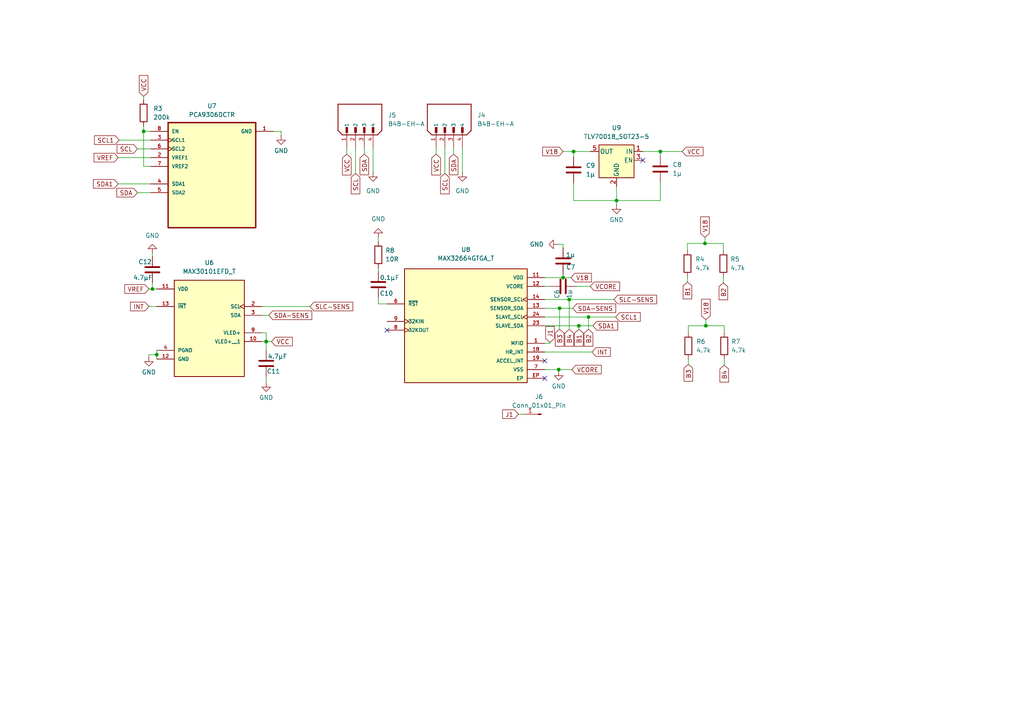
<source format=kicad_sch>
(kicad_sch (version 20231120) (generator "eeschema") (generator_version "8.0")
  (paper "A4")
  (lib_symbols
    (symbol "Connector:Conn_01x01_Pin" (pin_names (offset 1.016) hide)
      (property "Reference" "J" (at 0 2.54 0))
      (property "Value" "Conn_01x01_Pin" (at 0 -2.54 0))
      (symbol "Conn_01x01_Pin_1_1"
        (polyline (pts (xy 1.27 0) (xy 0.8636 0)) (stroke (width 0.1524)))
        (rectangle (start 0.8636 0.127) (end 0 -0.127) (stroke (width 0.1524)) (fill (type outline)))
        (pin passive line (at 5.08 0 180) (length 3.81) (name "Pin_1") (number "1"))
      )
    )
    (symbol "Device:C" (pin_numbers hide) (pin_names (offset 0.254))
      (property "Reference" "C" (at 0.635 2.54 0))
      (property "Value" "C" (at 0.635 -2.54 0))
      (symbol "C_0_1"
        (polyline (pts (xy -2.032 -0.762) (xy 2.032 -0.762)) (stroke (width 0.508)))
        (polyline (pts (xy -2.032 0.762) (xy 2.032 0.762)) (stroke (width 0.508)))
      )
      (symbol "C_1_1"
        (pin passive line (at 0 3.81 270) (length 2.794) (name "~") (number "1"))
        (pin passive line (at 0 -3.81 90) (length 2.794) (name "~") (number "2"))
      )
    )
    (symbol "Device:R" (pin_numbers hide) (pin_names (offset 0))
      (property "Reference" "R" (at 2.032 0 90))
      (property "Value" "R" (at 0 0 90))
      (symbol "R_0_1"
        (rectangle (start -1.016 -2.54) (end 1.016 2.54) (stroke (width 0.254)))
      )
      (symbol "R_1_1"
        (pin passive line (at 0 3.81 270) (length 1.27) (name "~") (number "1"))
        (pin passive line (at 0 -3.81 90) (length 1.27) (name "~") (number "2"))
      )
    )
    (symbol "Modular_Electronics_Toolkit:MAX30101EFD_T" (pin_names (offset 1.016))
      (property "Reference" "U" (at -10.16 12.7 0))
      (property "Value" "MAX30101EFD_T" (at -10.16 -17.78 0))
      (symbol "MAX30101EFD_T_0_0"
        (rectangle (start -10.16 -15.24) (end 10.16 12.7) (stroke (width 0.254)) (fill (type background)))
        (pin passive line (at -15.24 -5.08 0) (length 5.08) (name "VLED+__1") (number "10"))
        (pin power_in line (at 15.24 10.16 180) (length 5.08) (name "VDD") (number "11"))
        (pin power_in line (at 15.24 -10.16 180) (length 5.08) (name "GND") (number "12"))
        (pin output line (at 15.24 5.08 180) (length 5.08) (name "~{INT}") (number "13"))
        (pin input clock (at -15.24 5.08 0) (length 5.08) (name "SCL") (number "2"))
        (pin bidirectional line (at -15.24 2.54 0) (length 5.08) (name "SDA") (number "3"))
        (pin power_in line (at 15.24 -7.62 180) (length 5.08) (name "PGND") (number "4"))
        (pin passive line (at -15.24 -2.54 0) (length 5.08) (name "VLED+") (number "9"))
      )
    )
    (symbol "Modular_Electronics_Toolkit:PCA9306DCTR" (pin_names (offset 1.016))
      (property "Reference" "U" (at -12.7 16.24 0))
      (property "Value" "PCA9306DCTR" (at -12.7 -19.24 0))
      (symbol "PCA9306DCTR_0_0"
        (rectangle (start -12.7 -15.24) (end 12.7 15.24) (stroke (width 0.41)) (fill (type background)))
        (pin power_in line (at 17.78 12.7 180) (length 5.08) (name "GND") (number "1"))
        (pin input line (at -17.78 5.08 0) (length 5.08) (name "VREF1") (number "2"))
        (pin input clock (at -17.78 10.16 0) (length 5.08) (name "SCL1") (number "3"))
        (pin bidirectional line (at -17.78 -2.54 0) (length 5.08) (name "SDA1") (number "4"))
        (pin bidirectional line (at -17.78 -5.08 0) (length 5.08) (name "SDA2") (number "5"))
        (pin input clock (at -17.78 7.62 0) (length 5.08) (name "SCL2") (number "6"))
        (pin input line (at -17.78 2.54 0) (length 5.08) (name "VREF2") (number "7"))
        (pin input line (at -17.78 12.7 0) (length 5.08) (name "EN") (number "8"))
      )
    )
    (symbol "Modular_Electronics_Toolkit_sym:B4B-EH-A" (pin_names (offset 1.016))
      (property "Reference" "J" (at -2.54 8.382 0))
      (property "Value" "B4B-EH-A" (at -2.54 -7.62 0))
      (symbol "B4B-EH-A_0_0"
        (rectangle (start -3.175 -2.8575) (end -1.5875 -2.2225) (stroke (width 0.1)) (fill (type outline)))
        (rectangle (start -3.175 -0.3175) (end -1.5875 0.3175) (stroke (width 0.1)) (fill (type outline)))
        (rectangle (start -3.175 2.2225) (end -1.5875 2.8575) (stroke (width 0.1)) (fill (type outline)))
        (rectangle (start -3.175 4.7625) (end -1.5875 5.3975) (stroke (width 0.1)) (fill (type outline)))
        (polyline (pts (xy -3.81 -3.81) (xy -2.54 -5.08)) (stroke (width 0.254)))
        (polyline (pts (xy -3.81 6.35) (xy -3.81 -3.81)) (stroke (width 0.254)))
        (polyline (pts (xy -3.81 6.35) (xy -2.54 7.62)) (stroke (width 0.254)))
        (polyline (pts (xy -2.54 -5.08) (xy 5.08 -5.08)) (stroke (width 0.254)))
        (polyline (pts (xy 5.08 -5.08) (xy 5.08 7.62)) (stroke (width 0.254)))
        (polyline (pts (xy 5.08 7.62) (xy -2.54 7.62)) (stroke (width 0.254)))
        (pin passive line (at -7.62 5.08 0) (length 5.08) (name "1") (number "1"))
        (pin passive line (at -7.62 2.54 0) (length 5.08) (name "2") (number "2"))
        (pin passive line (at -7.62 0 0) (length 5.08) (name "3") (number "3"))
        (pin passive line (at -7.62 -2.54 0) (length 5.08) (name "4") (number "4"))
      )
    )
    (symbol "Modular_Electronics_Toolkit_sym:MAX32664GTGA_T" (pin_names (offset 1.016))
      (property "Reference" "U" (at -17.78 21.082 0))
      (property "Value" "MAX32664GTGA_T" (at -10.16 15.494 0))
      (symbol "MAX32664GTGA_T_0_0"
        (rectangle (start -17.78 20.32) (end 17.78 -12.7) (stroke (width 0.254)) (fill (type background)))
        (pin bidirectional line (at 22.86 -1.27 180) (length 5.08) (name "MFIO") (number "1"))
        (pin power_in line (at 22.86 17.78 180) (length 5.08) (name "VDD") (number "11"))
        (pin power_in line (at 22.86 15.24 180) (length 5.08) (name "VCORE") (number "12"))
        (pin bidirectional line (at 22.86 8.89 180) (length 5.08) (name "SENSOR_SDA") (number "13"))
        (pin input clock (at 22.86 11.43 180) (length 5.08) (name "SENSOR_SCL") (number "14"))
        (pin input line (at 22.86 -3.81 180) (length 5.08) (name "HR_INT") (number "18"))
        (pin input line (at 22.86 -6.35 180) (length 5.08) (name "ACCEL_INT") (number "19"))
        (pin bidirectional line (at 22.86 3.81 180) (length 5.08) (name "SLAVE_SDA") (number "23"))
        (pin input clock (at 22.86 6.35 180) (length 5.08) (name "SLAVE_SCL") (number "24"))
        (pin input line (at -22.86 10.16 0) (length 5.08) (name "~{RST}") (number "6"))
        (pin power_in line (at 22.86 -8.89 180) (length 5.08) (name "VSS") (number "7"))
        (pin output clock (at -22.86 2.54 0) (length 5.08) (name "32KOUT") (number "8"))
        (pin input clock (at -22.86 5.08 0) (length 5.08) (name "32KIN") (number "9"))
        (pin power_in line (at 22.86 -11.43 180) (length 5.08) (name "EP") (number "EP"))
      )
      (symbol "MAX32664GTGA_T_1_0"
        (pin power_in line (at 22.86 -8.89 180) (length 5.08) hide (name "VSS__1") (number "10"))
        (pin power_in line (at 22.86 17.78 180) (length 5.08) hide (name "VDD__1") (number "22"))
      )
    )
    (symbol "Regulator_Linear:TLV70018_SOT23-5" (pin_names (offset 0.254))
      (property "Reference" "U" (at -3.81 5.715 0))
      (property "Value" "TLV70018_SOT23-5" (at 0 5.715 0))
      (symbol "TLV70018_SOT23-5_0_1"
        (rectangle (start -5.08 4.445) (end 5.08 -5.08) (stroke (width 0.254)) (fill (type background)))
      )
      (symbol "TLV70018_SOT23-5_1_1"
        (pin power_in line (at -7.62 2.54 0) (length 2.54) (name "IN") (number "1"))
        (pin power_in line (at 0 -7.62 90) (length 2.54) (name "GND") (number "2"))
        (pin input line (at -7.62 0 0) (length 2.54) (name "EN") (number "3"))
        (pin no_connect line (at 5.08 0 180) (length 2.54) hide (name "NC") (number "4"))
        (pin power_out line (at 7.62 2.54 180) (length 2.54) (name "OUT") (number "5"))
      )
    )
    (symbol "power:GND" (power) (pin_numbers hide) (pin_names (offset 0) hide)
      (property "Value" "GND" (at 0 -3.81 0))
      (symbol "GND_0_1"
        (polyline (pts (xy 0 0) (xy 0 -1.27) (xy 1.27 -1.27) (xy 0 -2.54) (xy -1.27 -1.27) (xy 0 -1.27)))
      )
      (symbol "GND_1_1"
        (pin power_in line (at 0 0 270) (length 0) (name "~") (number "1"))
      )
    )
  )
  (junction (at 44.196 83.82))
  (junction (at 204.724 94.488))
  (junction (at 77.216 99.06))
  (junction (at 191.516 43.942))
  (junction (at 178.816 58.166))
  (junction (at 162.306 89.408))
  (junction (at 41.656 38.1))
  (junction (at 165.1 86.868))
  (junction (at 204.47 70.612))
  (junction (at 170.688 91.948))
  (junction (at 163.322 80.518))
  (junction (at 162.052 107.188))
  (junction (at 45.466 102.87))
  (junction (at 167.894 94.488))
  (junction (at 166.37 43.942))
  (no_connect (at 186.436 46.482))
  (no_connect (at 157.988 109.728))
  (no_connect (at 112.268 95.758))
  (no_connect (at 157.988 104.648))
  (wire (pts (xy 191.516 43.942) (xy 197.866 43.942)))
  (wire (pts (xy 77.216 96.52) (xy 77.216 99.06)))
  (wire (pts (xy 34.544 40.64) (xy 43.688 40.64)))
  (wire (pts (xy 191.516 43.942) (xy 186.436 43.942)))
  (wire (pts (xy 150.368 120.142) (xy 151.892 120.142)))
  (wire (pts (xy 166.116 89.408) (xy 162.306 89.408)))
  (wire (pts (xy 43.18 88.9) (xy 45.466 88.9)))
  (wire (pts (xy 79.248 38.1) (xy 81.534 38.1)))
  (wire (pts (xy 41.656 36.576) (xy 41.656 38.1)))
  (wire (pts (xy 81.534 38.1) (xy 81.534 39.37)))
  (wire (pts (xy 166.37 43.942) (xy 171.196 43.942)))
  (wire (pts (xy 163.322 80.518) (xy 157.988 80.518)))
  (wire (pts (xy 157.988 94.488) (xy 167.894 94.488)))
  (wire (pts (xy 163.322 43.942) (xy 166.37 43.942)))
  (wire (pts (xy 43.18 103.632) (xy 43.18 102.87)))
  (wire (pts (xy 170.688 91.948) (xy 178.562 91.948)))
  (wire (pts (xy 134.112 42.926) (xy 134.112 50.038)))
  (wire (pts (xy 163.322 70.866) (xy 163.322 71.882)))
  (wire (pts (xy 100.584 42.926) (xy 100.584 44.704)))
  (wire (pts (xy 41.656 38.1) (xy 43.688 38.1)))
  (wire (pts (xy 126.492 42.926) (xy 126.492 44.704)))
  (wire (pts (xy 109.728 88.138) (xy 112.268 88.138)))
  (wire (pts (xy 77.216 96.52) (xy 75.946 96.52)))
  (wire (pts (xy 204.47 68.834) (xy 204.47 70.612)))
  (wire (pts (xy 163.322 80.518) (xy 165.608 80.518)))
  (wire (pts (xy 191.516 58.166) (xy 191.516 52.832)))
  (wire (pts (xy 43.18 83.82) (xy 44.196 83.82)))
  (wire (pts (xy 45.466 101.6) (xy 45.466 102.87)))
  (wire (pts (xy 178.816 58.166) (xy 178.816 59.436)))
  (wire (pts (xy 204.724 92.71) (xy 204.724 94.488)))
  (wire (pts (xy 167.894 95.504) (xy 167.894 94.488)))
  (wire (pts (xy 171.704 102.108) (xy 157.988 102.108)))
  (wire (pts (xy 109.728 77.724) (xy 109.728 78.74)))
  (wire (pts (xy 41.656 27.94) (xy 41.656 28.956)))
  (wire (pts (xy 103.124 50.292) (xy 103.124 42.926)))
  (wire (pts (xy 157.988 99.568) (xy 159.512 99.568)))
  (wire (pts (xy 45.466 102.87) (xy 45.466 104.14)))
  (wire (pts (xy 210.058 94.488) (xy 210.058 96.52)))
  (wire (pts (xy 166.37 53.086) (xy 166.37 58.166)))
  (wire (pts (xy 178.816 54.102) (xy 178.816 58.166)))
  (wire (pts (xy 77.216 99.06) (xy 78.74 99.06)))
  (wire (pts (xy 199.39 70.612) (xy 204.47 70.612)))
  (wire (pts (xy 199.39 81.788) (xy 199.39 80.264)))
  (wire (pts (xy 105.664 42.926) (xy 105.664 44.704)))
  (wire (pts (xy 129.032 50.292) (xy 129.032 42.926)))
  (wire (pts (xy 161.798 70.866) (xy 163.322 70.866)))
  (wire (pts (xy 44.196 73.406) (xy 44.196 74.422)))
  (wire (pts (xy 162.306 89.408) (xy 157.988 89.408)))
  (wire (pts (xy 199.644 94.488) (xy 204.724 94.488)))
  (wire (pts (xy 34.29 45.72) (xy 43.688 45.72)))
  (wire (pts (xy 75.946 91.44) (xy 77.978 91.44)))
  (wire (pts (xy 209.804 70.612) (xy 209.804 72.644)))
  (wire (pts (xy 109.728 68.834) (xy 109.728 70.104)))
  (wire (pts (xy 165.1 95.504) (xy 165.1 86.868)))
  (wire (pts (xy 43.18 102.87) (xy 45.466 102.87)))
  (wire (pts (xy 41.656 48.26) (xy 41.656 38.1)))
  (wire (pts (xy 44.196 82.042) (xy 44.196 83.82)))
  (wire (pts (xy 165.1 86.868) (xy 178.054 86.868)))
  (wire (pts (xy 199.644 96.52) (xy 199.644 94.488)))
  (wire (pts (xy 163.322 79.502) (xy 163.322 80.518)))
  (wire (pts (xy 166.37 58.166) (xy 178.816 58.166)))
  (wire (pts (xy 75.946 88.9) (xy 89.916 88.9)))
  (wire (pts (xy 199.39 72.644) (xy 199.39 70.612)))
  (wire (pts (xy 162.052 107.188) (xy 165.862 107.188)))
  (wire (pts (xy 178.816 58.166) (xy 191.516 58.166)))
  (wire (pts (xy 157.988 83.058) (xy 159.512 83.058)))
  (wire (pts (xy 77.216 99.06) (xy 77.216 101.6)))
  (wire (pts (xy 131.572 42.926) (xy 131.572 44.704)))
  (wire (pts (xy 109.728 86.36) (xy 109.728 88.138)))
  (wire (pts (xy 77.216 109.22) (xy 77.216 110.998)))
  (wire (pts (xy 39.878 55.88) (xy 43.688 55.88)))
  (wire (pts (xy 204.47 70.612) (xy 209.804 70.612)))
  (wire (pts (xy 162.306 89.408) (xy 162.306 95.504)))
  (wire (pts (xy 157.988 86.868) (xy 165.1 86.868)))
  (wire (pts (xy 44.196 83.82) (xy 45.466 83.82)))
  (wire (pts (xy 43.688 48.26) (xy 41.656 48.26)))
  (wire (pts (xy 39.878 43.18) (xy 43.688 43.18)))
  (wire (pts (xy 167.894 94.488) (xy 171.958 94.488)))
  (wire (pts (xy 157.988 91.948) (xy 170.688 91.948)))
  (wire (pts (xy 170.688 91.948) (xy 170.688 95.504)))
  (wire (pts (xy 157.988 107.188) (xy 162.052 107.188)))
  (wire (pts (xy 34.29 53.34) (xy 43.688 53.34)))
  (wire (pts (xy 162.052 107.696) (xy 162.052 107.188)))
  (wire (pts (xy 75.946 99.06) (xy 77.216 99.06)))
  (wire (pts (xy 159.512 99.314) (xy 159.512 99.568)))
  (wire (pts (xy 204.724 94.488) (xy 210.058 94.488)))
  (wire (pts (xy 210.058 105.918) (xy 210.058 104.14)))
  (wire (pts (xy 167.132 83.058) (xy 171.196 83.058)))
  (wire (pts (xy 209.804 82.042) (xy 209.804 80.264)))
  (wire (pts (xy 166.37 43.942) (xy 166.37 45.466)))
  (wire (pts (xy 108.204 42.926) (xy 108.204 50.038)))
  (wire (pts (xy 199.644 105.664) (xy 199.644 104.14)))
  (wire (pts (xy 191.516 45.212) (xy 191.516 43.942)))
  (global_label "B2" (shape input) (at 209.804 82.042 270) (property "Intersheetrefs" "${INTERSHEET_REFS}" (effects (hide yes))))
  (global_label "SDA1" (shape input) (at 171.958 94.488 0) (property "Intersheetrefs" "${INTERSHEET_REFS}" (effects (hide yes))))
  (global_label "J1" (shape input) (at 150.368 120.142 180) (property "Intersheetrefs" "${INTERSHEET_REFS}" (effects (hide yes))))
  (global_label "SLC-SENS" (shape input) (at 89.916 88.9 0) (property "Intersheetrefs" "${INTERSHEET_REFS}" (effects (hide yes))))
  (global_label "SDA" (shape input) (at 39.878 55.88 180) (property "Intersheetrefs" "${INTERSHEET_REFS}" (effects (hide yes))))
  (global_label "SDA" (shape input) (at 131.572 44.704 270) (property "Intersheetrefs" "${INTERSHEET_REFS}" (effects (hide yes))))
  (global_label "B1" (shape input) (at 199.39 81.788 270) (property "Intersheetrefs" "${INTERSHEET_REFS}" (effects (hide yes))))
  (global_label "SCL" (shape input) (at 39.878 43.18 180) (property "Intersheetrefs" "${INTERSHEET_REFS}" (effects (hide yes))))
  (global_label "V18" (shape input) (at 163.322 43.942 180) (property "Intersheetrefs" "${INTERSHEET_REFS}" (effects (hide yes))))
  (global_label "INT" (shape input) (at 171.704 102.108 0) (property "Intersheetrefs" "${INTERSHEET_REFS}" (effects (hide yes))))
  (global_label "SCL" (shape input) (at 129.032 50.292 270) (property "Intersheetrefs" "${INTERSHEET_REFS}" (effects (hide yes))))
  (global_label "SDA" (shape input) (at 105.664 44.704 270) (property "Intersheetrefs" "${INTERSHEET_REFS}" (effects (hide yes))))
  (global_label "SCL1" (shape input) (at 34.544 40.64 180) (property "Intersheetrefs" "${INTERSHEET_REFS}" (effects (hide yes))))
  (global_label "SDA1" (shape input) (at 34.29 53.34 180) (property "Intersheetrefs" "${INTERSHEET_REFS}" (effects (hide yes))))
  (global_label "B3" (shape input) (at 199.644 105.664 270) (property "Intersheetrefs" "${INTERSHEET_REFS}" (effects (hide yes))))
  (global_label "VCC" (shape input) (at 126.492 44.704 270) (property "Intersheetrefs" "${INTERSHEET_REFS}" (effects (hide yes))))
  (global_label "VREF" (shape input) (at 34.29 45.72 180) (property "Intersheetrefs" "${INTERSHEET_REFS}" (effects (hide yes))))
  (global_label "VCORE" (shape input) (at 171.196 83.058 0) (property "Intersheetrefs" "${INTERSHEET_REFS}" (effects (hide yes))))
  (global_label "SCL" (shape input) (at 103.124 50.292 270) (property "Intersheetrefs" "${INTERSHEET_REFS}" (effects (hide yes))))
  (global_label "VCC" (shape input) (at 197.866 43.942 0) (property "Intersheetrefs" "${INTERSHEET_REFS}" (effects (hide yes))))
  (global_label "INT" (shape input) (at 43.18 88.9 180) (property "Intersheetrefs" "${INTERSHEET_REFS}" (effects (hide yes))))
  (global_label "VCORE" (shape input) (at 165.862 107.188 0) (property "Intersheetrefs" "${INTERSHEET_REFS}" (effects (hide yes))))
  (global_label "VCC" (shape input) (at 100.584 44.704 270) (property "Intersheetrefs" "${INTERSHEET_REFS}" (effects (hide yes))))
  (global_label "VCC" (shape input) (at 78.74 99.06 0) (property "Intersheetrefs" "${INTERSHEET_REFS}" (effects (hide yes))))
  (global_label "B4" (shape input) (at 165.1 95.504 270) (property "Intersheetrefs" "${INTERSHEET_REFS}" (effects (hide yes))))
  (global_label "B4" (shape input) (at 210.058 105.918 270) (property "Intersheetrefs" "${INTERSHEET_REFS}" (effects (hide yes))))
  (global_label "V18" (shape input) (at 204.47 68.834 90) (property "Intersheetrefs" "${INTERSHEET_REFS}" (effects (hide yes))))
  (global_label "B2" (shape input) (at 170.688 95.504 270) (property "Intersheetrefs" "${INTERSHEET_REFS}" (effects (hide yes))))
  (global_label "SCL1" (shape input) (at 178.562 91.948 0) (property "Intersheetrefs" "${INTERSHEET_REFS}" (effects (hide yes))))
  (global_label "VREF" (shape input) (at 43.18 83.82 180) (property "Intersheetrefs" "${INTERSHEET_REFS}" (effects (hide yes))))
  (global_label "B1" (shape input) (at 167.894 95.504 270) (property "Intersheetrefs" "${INTERSHEET_REFS}" (effects (hide yes))))
  (global_label "SDA-SENS" (shape input) (at 166.116 89.408 0) (property "Intersheetrefs" "${INTERSHEET_REFS}" (effects (hide yes))))
  (global_label "V18" (shape input) (at 165.608 80.518 0) (property "Intersheetrefs" "${INTERSHEET_REFS}" (effects (hide yes))))
  (global_label "J1" (shape input) (at 159.512 99.314 90) (property "Intersheetrefs" "${INTERSHEET_REFS}" (effects (hide yes))))
  (global_label "SDA-SENS" (shape input) (at 77.978 91.44 0) (property "Intersheetrefs" "${INTERSHEET_REFS}" (effects (hide yes))))
  (global_label "SLC-SENS" (shape input) (at 178.054 86.868 0) (property "Intersheetrefs" "${INTERSHEET_REFS}" (effects (hide yes))))
  (global_label "V18" (shape input) (at 204.724 92.71 90) (property "Intersheetrefs" "${INTERSHEET_REFS}" (effects (hide yes))))
  (global_label "VCC" (shape input) (at 41.656 27.94 90) (property "Intersheetrefs" "${INTERSHEET_REFS}" (effects (hide yes))))
  (global_label "B3" (shape input) (at 162.306 95.504 270) (property "Intersheetrefs" "${INTERSHEET_REFS}" (effects (hide yes))))
  (symbol (lib_id "Device:C") (at 163.322 83.058 270) (unit 1)
    (property "Reference" "C6" (at 161.544 86.614 0) (effects (justify right)))
    (property "Value" "1µ" (at 165.1 86.614 0) (effects (justify right)))
    (property "Footprint" "Capacitor_SMD:C_0603_1608Metric_Pad1.08x0.95mm_HandSolder" (effects (hide yes)))
    (property "Description" "Unpolarized capacitor" (effects (hide yes)))
  )
  (symbol (lib_id "Modular_Electronics_Toolkit_sym:B4B-EH-A") (at 131.572 35.306 90) (unit 1)
    (property "Reference" "J4" (at 138.43 33.4009 90) (effects (justify right)))
    (property "Value" "B4B-EH-A" (at 138.43 35.9409 90) (effects (justify right)))
    (property "Footprint" "Connector_JST:JST_EH_B4B-EH-A_1x04_P2.50mm_Vertical" (effects (hide yes)))
    (property "STANDARD" "Manufacturer Recommendations" (effects (hide yes)))
    (property "SNAPEDA_PN" "B4B-EH-A" (effects (hide yes)))
    (property "MAXIMUM_PACKAGE_HEIGHT" "6mm" (effects (hide yes)))
    (property "MANUFACTURER" "JST" (effects (hide yes)))
  )
  (symbol (lib_id "Device:C") (at 44.196 78.232 180) (unit 1)
    (property "Reference" "C12" (at 40.132 75.946 0) (effects (justify right)))
    (property "Value" "4.7µF" (at 38.608 80.518 0) (effects (justify right)))
    (property "Footprint" "Capacitor_SMD:C_0603_1608Metric_Pad1.08x0.95mm_HandSolder" (effects (hide yes)))
    (property "Description" "Unpolarized capacitor" (effects (hide yes)))
  )
  (symbol (lib_id "Device:R") (at 199.644 100.33 180) (unit 1)
    (property "Reference" "R6" (at 201.93 99.0599 0) (effects (justify right)))
    (property "Value" "4.7k" (at 201.93 101.5999 0) (effects (justify right)))
    (property "Footprint" "Resistor_SMD:R_0603_1608Metric_Pad0.98x0.95mm_HandSolder" (effects (hide yes)))
    (property "Description" "Resistor" (effects (hide yes)))
  )
  (symbol (lib_id "power:GND") (at 161.798 70.866 270) (unit 1)
    (property "Reference" "#PWR04" (effects (hide yes)))
    (property "Value" "GND" (at 157.734 70.8659 90) (effects (justify right)))
    (property "Description" "Power symbol creates a global label with name \"GND\" , ground" (effects (hide yes)))
  )
  (symbol (lib_id "power:GND") (at 81.534 39.37 0) (unit 1)
    (property "Reference" "#PWR011" (effects (hide yes)))
    (property "Value" "GND" (at 81.534 43.688 0))
    (property "Description" "Power symbol creates a global label with name \"GND\" , ground" (effects (hide yes)))
  )
  (symbol (lib_id "Device:C") (at 77.216 105.41 0) (unit 1)
    (property "Reference" "C11" (at 81.28 107.696 0) (effects (justify right)))
    (property "Value" "4.7µF" (at 83.312 103.378 0) (effects (justify right)))
    (property "Footprint" "Capacitor_SMD:C_0603_1608Metric_Pad1.08x0.95mm_HandSolder" (effects (hide yes)))
    (property "Description" "Unpolarized capacitor" (effects (hide yes)))
  )
  (symbol (lib_id "Device:R") (at 109.728 73.914 180) (unit 1)
    (property "Reference" "R8" (at 111.76 72.6439 0) (effects (justify right)))
    (property "Value" "10R" (at 111.76 75.1839 0) (effects (justify right)))
    (property "Footprint" "Resistor_SMD:R_0603_1608Metric_Pad0.98x0.95mm_HandSolder" (effects (hide yes)))
    (property "Description" "Resistor" (effects (hide yes)))
  )
  (symbol (lib_id "Device:R") (at 199.39 76.454 180) (unit 1)
    (property "Reference" "R4" (at 201.676 75.1839 0) (effects (justify right)))
    (property "Value" "4.7k" (at 201.676 77.7239 0) (effects (justify right)))
    (property "Footprint" "Resistor_SMD:R_0603_1608Metric_Pad0.98x0.95mm_HandSolder" (effects (hide yes)))
    (property "Description" "Resistor" (effects (hide yes)))
  )
  (symbol (lib_id "Device:R") (at 41.656 32.766 180) (unit 1)
    (property "Reference" "R3" (at 44.45 31.4959 0) (effects (justify right)))
    (property "Value" "200k" (at 44.45 34.0359 0) (effects (justify right)))
    (property "Footprint" "Resistor_SMD:R_0603_1608Metric_Pad0.98x0.95mm_HandSolder" (effects (hide yes)))
    (property "Description" "Resistor" (effects (hide yes)))
  )
  (symbol (lib_id "Modular_Electronics_Toolkit_sym:B4B-EH-A") (at 105.664 35.306 90) (unit 1)
    (property "Reference" "J5" (at 112.522 33.4009 90) (effects (justify right)))
    (property "Value" "B4B-EH-A" (at 112.522 35.9409 90) (effects (justify right)))
    (property "Footprint" "Connector_JST:JST_EH_B4B-EH-A_1x04_P2.50mm_Vertical" (effects (hide yes)))
    (property "STANDARD" "Manufacturer Recommendations" (effects (hide yes)))
    (property "SNAPEDA_PN" "B4B-EH-A" (effects (hide yes)))
    (property "MAXIMUM_PACKAGE_HEIGHT" "6mm" (effects (hide yes)))
    (property "MANUFACTURER" "JST" (effects (hide yes)))
  )
  (symbol (lib_id "power:GND") (at 162.052 107.696 0) (unit 1)
    (property "Reference" "#PWR03" (effects (hide yes)))
    (property "Value" "GND" (at 162.052 112.014 0))
    (property "Description" "Power symbol creates a global label with name \"GND\" , ground" (effects (hide yes)))
  )
  (symbol (lib_id "Device:C") (at 166.37 49.276 0) (unit 1)
    (property "Reference" "C9" (at 169.926 48.0059 0) (effects (justify left)))
    (property "Value" "1µ" (at 169.926 50.5459 0) (effects (justify left)))
    (property "Footprint" "Capacitor_SMD:C_0603_1608Metric_Pad1.08x0.95mm_HandSolder" (effects (hide yes)))
    (property "Description" "Unpolarized capacitor" (effects (hide yes)))
  )
  (symbol (lib_id "power:GND") (at 43.18 103.632 0) (unit 1)
    (property "Reference" "#PWR06" (effects (hide yes)))
    (property "Value" "GND" (at 43.18 107.95 0))
    (property "Description" "Power symbol creates a global label with name \"GND\" , ground" (effects (hide yes)))
  )
  (symbol (lib_id "Regulator_Linear:TLV70018_SOT23-5") (at 178.816 46.482 0) (mirror y) (unit 1)
    (property "Reference" "U9" (at 178.816 37.084 0))
    (property "Value" "TLV70018_SOT23-5" (at 178.816 39.624 0))
    (property "Footprint" "Package_TO_SOT_SMD:SOT-23-5" (effects (hide yes)))
    (property "Datasheet" "http://www.ti.com/lit/ds/symlink/tlv700.pdf" (effects (hide yes)))
    (property "Description" "200mA Low Dropout Voltage Regulator, Fixed Output 1.8V, SOT-23-5" (effects (hide yes)))
  )
  (symbol (lib_id "Device:R") (at 209.804 76.454 180) (unit 1)
    (property "Reference" "R5" (at 211.836 75.1839 0) (effects (justify right)))
    (property "Value" "4.7k" (at 211.836 77.7239 0) (effects (justify right)))
    (property "Footprint" "Resistor_SMD:R_0603_1608Metric_Pad0.98x0.95mm_HandSolder" (effects (hide yes)))
    (property "Description" "Resistor" (effects (hide yes)))
  )
  (symbol (lib_id "Device:C") (at 191.516 49.022 0) (unit 1)
    (property "Reference" "C8" (at 195.072 47.7519 0) (effects (justify left)))
    (property "Value" "1µ" (at 195.072 50.2919 0) (effects (justify left)))
    (property "Footprint" "Capacitor_SMD:C_0603_1608Metric_Pad1.08x0.95mm_HandSolder" (effects (hide yes)))
    (property "Description" "Unpolarized capacitor" (effects (hide yes)))
  )
  (symbol (lib_id "Device:R") (at 210.058 100.33 180) (unit 1)
    (property "Reference" "R7" (at 212.09 99.0599 0) (effects (justify right)))
    (property "Value" "4.7k" (at 212.09 101.5999 0) (effects (justify right)))
    (property "Footprint" "Resistor_SMD:R_0603_1608Metric_Pad0.98x0.95mm_HandSolder" (effects (hide yes)))
    (property "Description" "Resistor" (effects (hide yes)))
  )
  (symbol (lib_id "power:GND") (at 44.196 73.406 180) (unit 1)
    (property "Reference" "#PWR01" (effects (hide yes)))
    (property "Value" "GND" (at 44.196 68.326 0))
    (property "Description" "Power symbol creates a global label with name \"GND\" , ground" (effects (hide yes)))
  )
  (symbol (lib_id "power:GND") (at 134.112 50.038 0) (unit 1)
    (property "Reference" "#PWR010" (effects (hide yes)))
    (property "Value" "GND" (at 134.112 55.372 0))
    (property "Description" "Power symbol creates a global label with name \"GND\" , ground" (effects (hide yes)))
  )
  (symbol (lib_id "power:GND") (at 109.728 68.834 180) (unit 1)
    (property "Reference" "#PWR02" (effects (hide yes)))
    (property "Value" "GND" (at 109.728 63.5 0))
    (property "Description" "Power symbol creates a global label with name \"GND\" , ground" (effects (hide yes)))
  )
  (symbol (lib_id "Modular_Electronics_Toolkit_sym:MAX32664GTGA_T") (at 135.128 98.298 0) (unit 1)
    (property "Reference" "U8" (at 135.128 72.39 0))
    (property "Value" "MAX32664GTGA_T" (at 135.128 74.93 0))
    (property "Footprint" "Modular_Electronics_Toolkit:IC_MAX32664GTGA_T" (effects (hide yes)))
    (property "PARTREV" "4" (effects (hide yes)))
    (property "STANDARD" "Manufacturer Recommendations" (effects (hide yes)))
    (property "SNAPEDA_PN" "MAX32664GTGA+T" (effects (hide yes)))
    (property "MAXIMUM_PACKAGE_HEIGHT" "0.8mm" (effects (hide yes)))
    (property "MANUFACTURER" "Maxim Integrated Products" (effects (hide yes)))
  )
  (symbol (lib_id "Device:C") (at 163.322 75.692 0) (unit 1)
    (property "Reference" "C7" (at 166.878 77.47 0) (effects (justify right)))
    (property "Value" "1µ" (at 166.878 73.914 0) (effects (justify right)))
    (property "Footprint" "Capacitor_SMD:C_0603_1608Metric_Pad1.08x0.95mm_HandSolder" (effects (hide yes)))
    (property "Description" "Unpolarized capacitor" (effects (hide yes)))
  )
  (symbol (lib_id "power:GND") (at 108.204 50.038 0) (unit 1)
    (property "Reference" "#PWR09" (effects (hide yes)))
    (property "Value" "GND" (at 108.204 55.372 0))
    (property "Description" "Power symbol creates a global label with name \"GND\" , ground" (effects (hide yes)))
  )
  (symbol (lib_id "Device:C") (at 109.728 82.55 0) (unit 1)
    (property "Reference" "C10" (at 114.046 85.09 0) (effects (justify right)))
    (property "Value" "0.1µF" (at 115.824 80.518 0) (effects (justify right)))
    (property "Footprint" "Capacitor_SMD:C_0603_1608Metric_Pad1.08x0.95mm_HandSolder" (effects (hide yes)))
    (property "Description" "Unpolarized capacitor" (effects (hide yes)))
  )
  (symbol (lib_id "power:GND") (at 77.216 110.998 0) (unit 1)
    (property "Reference" "#PWR05" (effects (hide yes)))
    (property "Value" "GND" (at 77.216 115.316 0))
    (property "Description" "Power symbol creates a global label with name \"GND\" , ground" (effects (hide yes)))
  )
  (symbol (lib_id "Modular_Electronics_Toolkit:PCA9306DCTR") (at 61.468 50.8 0) (unit 1)
    (property "Reference" "U7" (at 61.468 30.734 0))
    (property "Value" "PCA9306DCTR" (at 61.468 33.274 0))
    (property "Footprint" "Modular_Electronics_Toolkit:SOP65P400X130-8N" (effects (hide yes)))
  )
  (symbol (lib_id "Modular_Electronics_Toolkit:MAX30101EFD_T") (at 60.706 93.98 0) (mirror y) (unit 1)
    (property "Reference" "U6" (at 60.706 76.2 0))
    (property "Value" "MAX30101EFD_T" (at 60.706 78.74 0))
    (property "Footprint" "Modular_Electronics_Toolkit:PSON80P560X330X165-14N" (effects (hide yes)))
    (property "PARTREV" "2" (effects (hide yes)))
    (property "MANUFACTURER" "Maxim Integrated" (effects (hide yes)))
    (property "STANDARD" "IPC7351B" (effects (hide yes)))
  )
  (symbol (lib_id "power:GND") (at 178.816 59.436 0) (unit 1)
    (property "Reference" "#PWR07" (effects (hide yes)))
    (property "Value" "GND" (at 178.816 63.754 0))
    (property "Description" "Power symbol creates a global label with name \"GND\" , ground" (effects (hide yes)))
  )
  (symbol (lib_id "Connector:Conn_01x01_Pin") (at 156.972 120.142 180) (unit 1)
    (property "Reference" "J6" (at 156.337 115.062 0))
    (property "Value" "Conn_01x01_Pin" (at 156.337 117.602 0))
    (property "Footprint" "Connector_PinHeader_2.54mm:PinHeader_1x01_P2.54mm_Vertical" (effects (hide yes)))
    (property "Description" "Generic connector, single row, 01x01, script generated" (effects (hide yes)))
  )
)
</source>
